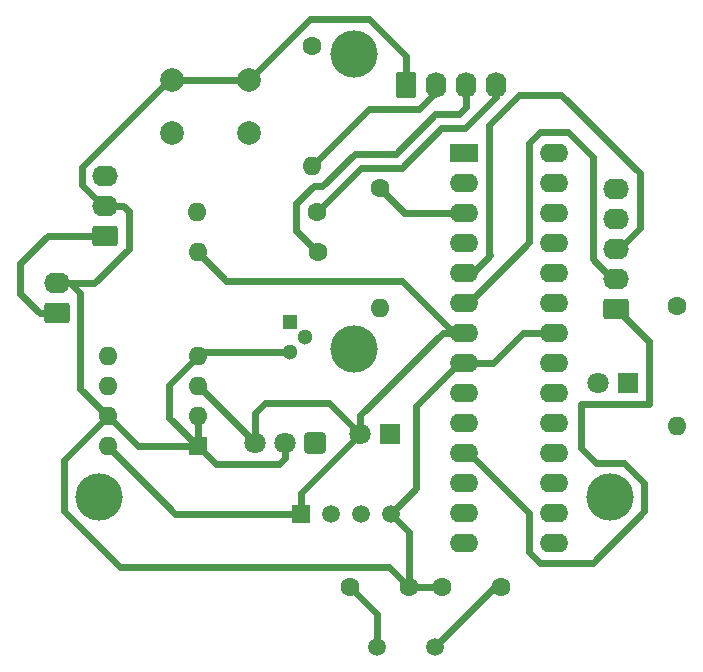
<source format=gbr>
%TF.GenerationSoftware,KiCad,Pcbnew,(6.0.7-1)-1*%
%TF.CreationDate,2022-10-19T21:48:04+05:30*%
%TF.ProjectId,Ac Temp Control V2,41632054-656d-4702-9043-6f6e74726f6c,rev?*%
%TF.SameCoordinates,Original*%
%TF.FileFunction,Copper,L1,Top*%
%TF.FilePolarity,Positive*%
%FSLAX46Y46*%
G04 Gerber Fmt 4.6, Leading zero omitted, Abs format (unit mm)*
G04 Created by KiCad (PCBNEW (6.0.7-1)-1) date 2022-10-19 21:48:04*
%MOMM*%
%LPD*%
G01*
G04 APERTURE LIST*
G04 Aperture macros list*
%AMRoundRect*
0 Rectangle with rounded corners*
0 $1 Rounding radius*
0 $2 $3 $4 $5 $6 $7 $8 $9 X,Y pos of 4 corners*
0 Add a 4 corners polygon primitive as box body*
4,1,4,$2,$3,$4,$5,$6,$7,$8,$9,$2,$3,0*
0 Add four circle primitives for the rounded corners*
1,1,$1+$1,$2,$3*
1,1,$1+$1,$4,$5*
1,1,$1+$1,$6,$7*
1,1,$1+$1,$8,$9*
0 Add four rect primitives between the rounded corners*
20,1,$1+$1,$2,$3,$4,$5,0*
20,1,$1+$1,$4,$5,$6,$7,0*
20,1,$1+$1,$6,$7,$8,$9,0*
20,1,$1+$1,$8,$9,$2,$3,0*%
G04 Aperture macros list end*
%TA.AperFunction,ComponentPad*%
%ADD10R,2.400000X1.600000*%
%TD*%
%TA.AperFunction,ComponentPad*%
%ADD11O,2.400000X1.600000*%
%TD*%
%TA.AperFunction,ComponentPad*%
%ADD12C,1.500000*%
%TD*%
%TA.AperFunction,ComponentPad*%
%ADD13C,1.600000*%
%TD*%
%TA.AperFunction,ComponentPad*%
%ADD14O,1.600000X1.600000*%
%TD*%
%TA.AperFunction,ComponentPad*%
%ADD15RoundRect,0.250000X0.845000X-0.620000X0.845000X0.620000X-0.845000X0.620000X-0.845000X-0.620000X0*%
%TD*%
%TA.AperFunction,ComponentPad*%
%ADD16O,2.190000X1.740000*%
%TD*%
%TA.AperFunction,ComponentPad*%
%ADD17C,2.000000*%
%TD*%
%TA.AperFunction,ComponentPad*%
%ADD18R,1.600000X1.600000*%
%TD*%
%TA.AperFunction,ComponentPad*%
%ADD19RoundRect,0.250000X-0.620000X-0.845000X0.620000X-0.845000X0.620000X0.845000X-0.620000X0.845000X0*%
%TD*%
%TA.AperFunction,ComponentPad*%
%ADD20O,1.740000X2.190000*%
%TD*%
%TA.AperFunction,ComponentPad*%
%ADD21R,1.800000X1.800000*%
%TD*%
%TA.AperFunction,ComponentPad*%
%ADD22C,1.800000*%
%TD*%
%TA.AperFunction,ComponentPad*%
%ADD23RoundRect,0.250200X0.649800X0.649800X-0.649800X0.649800X-0.649800X-0.649800X0.649800X-0.649800X0*%
%TD*%
%TA.AperFunction,ComponentPad*%
%ADD24R,1.300000X1.300000*%
%TD*%
%TA.AperFunction,ComponentPad*%
%ADD25C,1.300000*%
%TD*%
%TA.AperFunction,ComponentPad*%
%ADD26R,1.500000X1.500000*%
%TD*%
%TA.AperFunction,ViaPad*%
%ADD27C,4.000000*%
%TD*%
%TA.AperFunction,Conductor*%
%ADD28C,0.600000*%
%TD*%
G04 APERTURE END LIST*
D10*
%TO.P,U1,1,~{RESET}/PC6*%
%TO.N,Net-(R3-Pad1)*%
X153781802Y-87906802D03*
D11*
%TO.P,U1,2,PD0*%
%TO.N,Net-(U1-Pad2)*%
X153781802Y-90446802D03*
%TO.P,U1,3,PD1*%
%TO.N,Net-(R1-Pad1)*%
X153781802Y-92986802D03*
%TO.P,U1,4,PD2*%
%TO.N,Net-(U1-Pad4)*%
X153781802Y-95526802D03*
%TO.P,U1,5,PD3*%
%TO.N,Net-(J2-Pad3)*%
X153781802Y-98066802D03*
%TO.P,U1,6,PD4*%
%TO.N,Net-(J2-Pad2)*%
X153781802Y-100606802D03*
%TO.P,U1,7,VCC*%
%TO.N,Net-(D1-Pad2)*%
X153781802Y-103146802D03*
%TO.P,U1,8,GND*%
%TO.N,GND*%
X153781802Y-105686802D03*
%TO.P,U1,9,XTAL1/PB6*%
%TO.N,Net-(C1-Pad1)*%
X153781802Y-108226802D03*
%TO.P,U1,10,XTAL2/PB7*%
%TO.N,Net-(C2-Pad1)*%
X153781802Y-110766802D03*
%TO.P,U1,11,PD5*%
%TO.N,Net-(J2-Pad1)*%
X153781802Y-113306802D03*
%TO.P,U1,12,PD6*%
%TO.N,unconnected-(U1-Pad12)*%
X153781802Y-115846802D03*
%TO.P,U1,13,PD7*%
%TO.N,unconnected-(U1-Pad13)*%
X153781802Y-118386802D03*
%TO.P,U1,14,PB0*%
%TO.N,unconnected-(U1-Pad14)*%
X153781802Y-120926802D03*
%TO.P,U1,15,PB1*%
%TO.N,unconnected-(U1-Pad15)*%
X161401802Y-120926802D03*
%TO.P,U1,16,PB2*%
%TO.N,unconnected-(U1-Pad16)*%
X161401802Y-118386802D03*
%TO.P,U1,17,PB3*%
%TO.N,unconnected-(U1-Pad17)*%
X161401802Y-115846802D03*
%TO.P,U1,18,PB4*%
%TO.N,unconnected-(U1-Pad18)*%
X161401802Y-113306802D03*
%TO.P,U1,19,PB5*%
%TO.N,Net-(R2-Pad2)*%
X161401802Y-110766802D03*
%TO.P,U1,20,AVCC*%
%TO.N,Net-(D1-Pad2)*%
X161401802Y-108226802D03*
%TO.P,U1,21,AREF*%
%TO.N,AREF*%
X161401802Y-105686802D03*
%TO.P,U1,22,GND*%
%TO.N,GND*%
X161401802Y-103146802D03*
%TO.P,U1,23,PC0*%
%TO.N,unconnected-(U1-Pad23)*%
X161401802Y-100606802D03*
%TO.P,U1,24,PC1*%
%TO.N,unconnected-(U1-Pad24)*%
X161401802Y-98066802D03*
%TO.P,U1,25,PC2*%
%TO.N,unconnected-(U1-Pad25)*%
X161401802Y-95526802D03*
%TO.P,U1,26,PC3*%
%TO.N,unconnected-(U1-Pad26)*%
X161401802Y-92986802D03*
%TO.P,U1,27,PC4*%
%TO.N,Net-(DISPLAY1-Pad4)*%
X161401802Y-90446802D03*
%TO.P,U1,28,PC5*%
%TO.N,Net-(DISPLAY1-Pad3)*%
X161401802Y-87906802D03*
%TD*%
D12*
%TO.P,Y1,1,1*%
%TO.N,Net-(C1-Pad1)*%
X146381802Y-129781802D03*
%TO.P,Y1,2,2*%
%TO.N,Net-(C2-Pad1)*%
X151281802Y-129781802D03*
%TD*%
D13*
%TO.P,R3,1*%
%TO.N,Net-(R3-Pad1)*%
X140881802Y-78901802D03*
D14*
%TO.P,R3,2*%
%TO.N,Net-(D1-Pad2)*%
X140881802Y-89061802D03*
%TD*%
D15*
%TO.P,VR1,1,IN*%
%TO.N,Net-(J1-Pad1)*%
X123401802Y-94971802D03*
D16*
%TO.P,VR1,2,GND*%
%TO.N,GND*%
X123401802Y-92431802D03*
%TO.P,VR1,3,OUT*%
%TO.N,Net-(D1-Pad2)*%
X123401802Y-89891802D03*
%TD*%
D17*
%TO.P,SW1,1,1*%
%TO.N,GND*%
X129081802Y-81781802D03*
X135581802Y-81781802D03*
%TO.P,SW1,2,2*%
%TO.N,Net-(R3-Pad1)*%
X129081802Y-86281802D03*
X135581802Y-86281802D03*
%TD*%
D13*
%TO.P,R1,1*%
%TO.N,Net-(R1-Pad1)*%
X146631802Y-90901802D03*
D14*
%TO.P,R1,2*%
%TO.N,Net-(Q1-Pad2)*%
X146631802Y-101061802D03*
%TD*%
D18*
%TO.P,U4,1,A0*%
%TO.N,GND*%
X131231802Y-112781802D03*
D14*
%TO.P,U4,2,A1*%
X131231802Y-110241802D03*
%TO.P,U4,3,A2*%
%TO.N,Net-(D1-Pad2)*%
X131231802Y-107701802D03*
%TO.P,U4,4,GND*%
%TO.N,GND*%
X131231802Y-105161802D03*
%TO.P,U4,5,SDA*%
%TO.N,Net-(DISPLAY1-Pad4)*%
X123611802Y-105161802D03*
%TO.P,U4,6,SCL*%
%TO.N,Net-(DISPLAY1-Pad3)*%
X123611802Y-107701802D03*
%TO.P,U4,7,WP*%
%TO.N,GND*%
X123611802Y-110241802D03*
%TO.P,U4,8,VCC*%
%TO.N,Net-(D1-Pad2)*%
X123611802Y-112781802D03*
%TD*%
D15*
%TO.P,J1,1,Pin_1*%
%TO.N,Net-(J1-Pad1)*%
X119281802Y-101531802D03*
D16*
%TO.P,J1,2,Pin_2*%
%TO.N,GND*%
X119281802Y-98991802D03*
%TD*%
D19*
%TO.P,DISPLAY1,1,GND*%
%TO.N,GND*%
X148871802Y-82201802D03*
D20*
%TO.P,DISPLAY1,2,VCC*%
%TO.N,Net-(D1-Pad2)*%
X151411802Y-82201802D03*
%TO.P,DISPLAY1,3,SCL*%
%TO.N,Net-(DISPLAY1-Pad3)*%
X153951802Y-82201802D03*
%TO.P,DISPLAY1,4,SDA*%
%TO.N,Net-(DISPLAY1-Pad4)*%
X156491802Y-82201802D03*
%TD*%
D13*
%TO.P,C1,1,1*%
%TO.N,Net-(C1-Pad1)*%
X144131802Y-124731802D03*
%TO.P,C1,2,2*%
%TO.N,GND*%
X149131802Y-124731802D03*
%TD*%
D21*
%TO.P,D1,1,K*%
%TO.N,Net-(D1-Pad1)*%
X167631802Y-107381802D03*
D22*
%TO.P,D1,2,A*%
%TO.N,Net-(D1-Pad2)*%
X165091802Y-107381802D03*
%TD*%
D13*
%TO.P,C2,1,1*%
%TO.N,Net-(C2-Pad1)*%
X156931802Y-124731802D03*
%TO.P,C2,2,2*%
%TO.N,GND*%
X151931802Y-124731802D03*
%TD*%
D15*
%TO.P,J2,1,Pin_1*%
%TO.N,Net-(J2-Pad1)*%
X166651802Y-101111802D03*
D16*
%TO.P,J2,2,Pin_2*%
%TO.N,Net-(J2-Pad2)*%
X166651802Y-98571802D03*
%TO.P,J2,3,Pin_3*%
%TO.N,Net-(J2-Pad3)*%
X166651802Y-96031802D03*
%TO.P,J2,4,Pin_4*%
%TO.N,Net-(D1-Pad2)*%
X166651802Y-93491802D03*
%TO.P,J2,5,Pin_5*%
%TO.N,GND*%
X166651802Y-90951802D03*
%TD*%
D13*
%TO.P,R5,1*%
%TO.N,Net-(DISPLAY1-Pad3)*%
X141381802Y-96331802D03*
D14*
%TO.P,R5,2*%
%TO.N,Net-(D1-Pad2)*%
X131221802Y-96331802D03*
%TD*%
D21*
%TO.P,D2,1*%
%TO.N,Net-(D2-PadA)*%
X147531802Y-111731802D03*
D22*
%TO.P,D2,2*%
%TO.N,Net-(D1-Pad2)*%
X144991802Y-111731802D03*
%TD*%
D13*
%TO.P,R2,1*%
%TO.N,Net-(D1-Pad1)*%
X171781802Y-100881802D03*
D14*
%TO.P,R2,2*%
%TO.N,Net-(R2-Pad2)*%
X171781802Y-111041802D03*
%TD*%
D23*
%TO.P,U3,1,OUT*%
%TO.N,Net-(U1-Pad4)*%
X141181802Y-112481802D03*
D22*
%TO.P,U3,2,GND*%
%TO.N,GND*%
X138641802Y-112481802D03*
%TO.P,U3,3,Vs*%
%TO.N,Net-(D1-Pad2)*%
X136101802Y-112481802D03*
%TD*%
D24*
%TO.P,Q1,1,C*%
%TO.N,Net-(D2-PadA)*%
X139050000Y-102250000D03*
D25*
%TO.P,Q1,2,B*%
%TO.N,Net-(Q1-Pad2)*%
X140320000Y-103520000D03*
%TO.P,Q1,3,E*%
%TO.N,GND*%
X139050000Y-104790000D03*
%TD*%
D13*
%TO.P,R4,1*%
%TO.N,Net-(DISPLAY1-Pad4)*%
X141281802Y-92931802D03*
D14*
%TO.P,R4,2*%
%TO.N,Net-(D1-Pad2)*%
X131121802Y-92931802D03*
%TD*%
D26*
%TO.P,U2,1,VCC*%
%TO.N,Net-(D1-Pad2)*%
X139969302Y-118484302D03*
D12*
%TO.P,U2,2,IO*%
%TO.N,Net-(U1-Pad2)*%
X142509302Y-118484302D03*
%TO.P,U2,3,NC*%
%TO.N,unconnected-(U2-Pad3)*%
X145049302Y-118484302D03*
%TO.P,U2,4,GND*%
%TO.N,GND*%
X147589302Y-118484302D03*
%TD*%
D27*
%TO.N,*%
X144481802Y-79531802D03*
X166131802Y-117081802D03*
X122831802Y-117081802D03*
X144481802Y-104531802D03*
%TD*%
D28*
%TO.N,GND*%
X122473148Y-98991802D02*
X125396802Y-96068148D01*
X156213198Y-105686802D02*
X158753198Y-103146802D01*
X123611802Y-110241802D02*
X119931802Y-113921802D01*
X124931802Y-92431802D02*
X123401802Y-92431802D01*
X125396802Y-92896802D02*
X124931802Y-92431802D01*
X138114594Y-114281802D02*
X132731802Y-114281802D01*
X148871802Y-82201802D02*
X148523604Y-82550000D01*
X123611802Y-110241802D02*
X126151802Y-112781802D01*
X125396802Y-96068148D02*
X125396802Y-92896802D01*
X121406802Y-89158644D02*
X128783644Y-81781802D01*
X154181802Y-105686802D02*
X153781802Y-105686802D01*
X121406802Y-90661802D02*
X121406802Y-89158644D01*
X151931802Y-124731802D02*
X149131802Y-124731802D01*
X131231802Y-105161802D02*
X128818277Y-107575327D01*
X149738199Y-116335405D02*
X147589302Y-118484302D01*
X121276802Y-99826802D02*
X120441802Y-98991802D01*
X123401802Y-92431802D02*
X123176802Y-92431802D01*
X140731802Y-76631802D02*
X145731802Y-76631802D01*
X149738199Y-109330405D02*
X149738199Y-116335405D01*
X158753198Y-103146802D02*
X161401802Y-103146802D01*
X120441802Y-98991802D02*
X119281802Y-98991802D01*
X129081802Y-81781802D02*
X135581802Y-81781802D01*
X121276802Y-107906802D02*
X121276802Y-99826802D01*
X138641802Y-113754594D02*
X138114594Y-114281802D01*
X153781802Y-105686802D02*
X153381802Y-105686802D01*
X145731802Y-76631802D02*
X148871802Y-79771802D01*
X139050000Y-104790000D02*
X131603604Y-104790000D01*
X128818277Y-107575327D02*
X128818277Y-110368277D01*
X148871802Y-79771802D02*
X148871802Y-82201802D01*
X126151802Y-112781802D02*
X131231802Y-112781802D01*
X132731802Y-114281802D02*
X131231802Y-112781802D01*
X119931802Y-113921802D02*
X119931802Y-118283022D01*
X149131802Y-124731802D02*
X149131802Y-120026802D01*
X119931802Y-118283022D02*
X124648780Y-123000000D01*
X153381802Y-105686802D02*
X149738199Y-109330405D01*
X147400000Y-123000000D02*
X149131802Y-124731802D01*
X131231802Y-112781802D02*
X131231802Y-110241802D01*
X124648780Y-123000000D02*
X147400000Y-123000000D01*
X135581802Y-81781802D02*
X140731802Y-76631802D01*
X119281802Y-98991802D02*
X122473148Y-98991802D01*
X153781802Y-105686802D02*
X156213198Y-105686802D01*
X128783644Y-81781802D02*
X129081802Y-81781802D01*
X138641802Y-112481802D02*
X138641802Y-113754594D01*
X149131802Y-120026802D02*
X147589302Y-118484302D01*
X123611802Y-110241802D02*
X121276802Y-107906802D01*
X123176802Y-92431802D02*
X121406802Y-90661802D01*
X128818277Y-110368277D02*
X131231802Y-112781802D01*
X131603604Y-104790000D02*
X131231802Y-105161802D01*
%TO.N,Net-(DISPLAY1-Pad4)*%
X156491802Y-83232904D02*
X153874706Y-85850000D01*
X145011802Y-89201802D02*
X141281802Y-92931802D01*
X148498198Y-89201802D02*
X145011802Y-89201802D01*
X153874706Y-85850000D02*
X151850000Y-85850000D01*
X151850000Y-85850000D02*
X148498198Y-89201802D01*
X156491802Y-82201802D02*
X156491802Y-83232904D01*
%TO.N,Net-(C1-Pad1)*%
X146381802Y-126981802D02*
X144131802Y-124731802D01*
X146381802Y-129781802D02*
X146381802Y-126981802D01*
%TO.N,Net-(C2-Pad1)*%
X151281802Y-129781802D02*
X156331802Y-124731802D01*
X156331802Y-124731802D02*
X156931802Y-124731802D01*
%TO.N,Net-(DISPLAY1-Pad3)*%
X153951802Y-82013644D02*
X153951802Y-82201802D01*
X139581802Y-92218198D02*
X141038198Y-90761802D01*
X139581802Y-94531802D02*
X139581802Y-92218198D01*
X144514746Y-88001802D02*
X148001142Y-88001802D01*
X148001142Y-88001802D02*
X151352944Y-84650000D01*
X153377650Y-84650000D02*
X153951802Y-84075848D01*
X141038198Y-90761802D02*
X141754746Y-90761802D01*
X141381802Y-96331802D02*
X139581802Y-94531802D01*
X151352944Y-84650000D02*
X153377650Y-84650000D01*
X141754746Y-90761802D02*
X144514746Y-88001802D01*
X153951802Y-84075848D02*
X153951802Y-82201802D01*
%TO.N,Net-(J2-Pad1)*%
X159301802Y-118426802D02*
X159301802Y-121751802D01*
X164688022Y-122626802D02*
X169031802Y-118283022D01*
X154181802Y-113306802D02*
X159301802Y-118426802D01*
X169431802Y-103891802D02*
X166651802Y-101111802D01*
X163700000Y-109181802D02*
X169431802Y-109181802D01*
X169031802Y-118283022D02*
X169031802Y-115880582D01*
X153781802Y-113306802D02*
X154181802Y-113306802D01*
X169431802Y-109181802D02*
X169431802Y-103891802D01*
X160176802Y-122626802D02*
X164688022Y-122626802D01*
X164930582Y-114181802D02*
X163700000Y-112951220D01*
X167333022Y-114181802D02*
X164930582Y-114181802D01*
X159301802Y-121751802D02*
X160176802Y-122626802D01*
X163700000Y-112951220D02*
X163700000Y-109181802D01*
X169031802Y-115880582D02*
X167333022Y-114181802D01*
%TO.N,Net-(J2-Pad2)*%
X154181802Y-100606802D02*
X159301802Y-95486802D01*
X159301802Y-95486802D02*
X159301802Y-87098198D01*
X160193198Y-86206802D02*
X162556802Y-86206802D01*
X162556802Y-86206802D02*
X164650000Y-88300000D01*
X164650000Y-88300000D02*
X164650000Y-96900000D01*
X153781802Y-100606802D02*
X154181802Y-100606802D01*
X164650000Y-96900000D02*
X166321802Y-98571802D01*
X159301802Y-87098198D02*
X160193198Y-86206802D01*
X166321802Y-98571802D02*
X166651802Y-98571802D01*
%TO.N,Net-(J2-Pad3)*%
X158421762Y-83000000D02*
X155881802Y-85539960D01*
X155881802Y-85539960D02*
X155881802Y-96481802D01*
X166651802Y-96031802D02*
X166876802Y-96031802D01*
X168646802Y-89646802D02*
X162000000Y-83000000D01*
X156000000Y-96600000D02*
X154533198Y-98066802D01*
X154533198Y-98066802D02*
X153781802Y-98066802D01*
X168646802Y-94261802D02*
X168646802Y-89646802D01*
X155881802Y-96481802D02*
X156000000Y-96600000D01*
X166876802Y-96031802D02*
X168646802Y-94261802D01*
X162000000Y-83000000D02*
X158421762Y-83000000D01*
%TO.N,Net-(R1-Pad1)*%
X146631802Y-90901802D02*
X148716802Y-92986802D01*
X148716802Y-92986802D02*
X153781802Y-92986802D01*
%TO.N,Net-(J1-Pad1)*%
X116200000Y-97300000D02*
X118528198Y-94971802D01*
X118528198Y-94971802D02*
X123401802Y-94971802D01*
X117881802Y-101531802D02*
X116200000Y-99850000D01*
X119281802Y-101531802D02*
X117881802Y-101531802D01*
X116200000Y-99850000D02*
X116200000Y-97300000D01*
%TO.N,Net-(D1-Pad2)*%
X133635327Y-98745327D02*
X148545327Y-98745327D01*
X129314302Y-118484302D02*
X123611802Y-112781802D01*
X151411802Y-82753148D02*
X151411802Y-82201802D01*
X131321802Y-107701802D02*
X131231802Y-107701802D01*
X151981802Y-103146802D02*
X144991802Y-110136802D01*
X153781802Y-103146802D02*
X151981802Y-103146802D01*
X136101802Y-109948198D02*
X136101802Y-112481802D01*
X139969302Y-118484302D02*
X129314302Y-118484302D01*
X144991802Y-111731802D02*
X142360000Y-109100000D01*
X144991802Y-110136802D02*
X144991802Y-111731802D01*
X139969302Y-116754302D02*
X139969302Y-118484302D01*
X153781802Y-103146802D02*
X152946802Y-103146802D01*
X140881802Y-89061802D02*
X145746802Y-84196802D01*
X131221802Y-96331802D02*
X133635327Y-98745327D01*
X142360000Y-109100000D02*
X136950000Y-109100000D01*
X145746802Y-84196802D02*
X149968148Y-84196802D01*
X136101802Y-112481802D02*
X131321802Y-107701802D01*
X149968148Y-84196802D02*
X151411802Y-82753148D01*
X131221802Y-93031802D02*
X131121802Y-92931802D01*
X136950000Y-109100000D02*
X136101802Y-109948198D01*
X144991802Y-111731802D02*
X139969302Y-116754302D01*
X152946802Y-103146802D02*
X148545327Y-98745327D01*
%TO.N,Net-(R2-Pad2)*%
X171506802Y-110766802D02*
X171781802Y-111041802D01*
%TD*%
M02*

</source>
